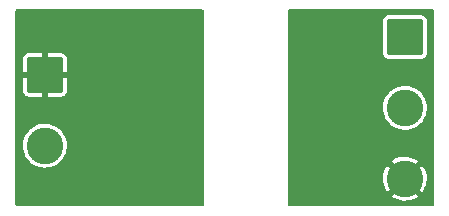
<source format=gbl>
%TF.GenerationSoftware,KiCad,Pcbnew,6.0.2-378541a8eb~116~ubuntu20.04.1*%
%TF.CreationDate,2022-02-17T13:36:36-05:00*%
%TF.ProjectId,TachAdapter,54616368-4164-4617-9074-65722e6b6963,rev?*%
%TF.SameCoordinates,Original*%
%TF.FileFunction,Copper,L2,Bot*%
%TF.FilePolarity,Positive*%
%FSLAX46Y46*%
G04 Gerber Fmt 4.6, Leading zero omitted, Abs format (unit mm)*
G04 Created by KiCad (PCBNEW 6.0.2-378541a8eb~116~ubuntu20.04.1) date 2022-02-17 13:36:36*
%MOMM*%
%LPD*%
G01*
G04 APERTURE LIST*
G04 Aperture macros list*
%AMRoundRect*
0 Rectangle with rounded corners*
0 $1 Rounding radius*
0 $2 $3 $4 $5 $6 $7 $8 $9 X,Y pos of 4 corners*
0 Add a 4 corners polygon primitive as box body*
4,1,4,$2,$3,$4,$5,$6,$7,$8,$9,$2,$3,0*
0 Add four circle primitives for the rounded corners*
1,1,$1+$1,$2,$3*
1,1,$1+$1,$4,$5*
1,1,$1+$1,$6,$7*
1,1,$1+$1,$8,$9*
0 Add four rect primitives between the rounded corners*
20,1,$1+$1,$2,$3,$4,$5,0*
20,1,$1+$1,$4,$5,$6,$7,0*
20,1,$1+$1,$6,$7,$8,$9,0*
20,1,$1+$1,$8,$9,$2,$3,0*%
G04 Aperture macros list end*
%TA.AperFunction,ComponentPad*%
%ADD10RoundRect,0.249999X-1.300001X1.300001X-1.300001X-1.300001X1.300001X-1.300001X1.300001X1.300001X0*%
%TD*%
%TA.AperFunction,ComponentPad*%
%ADD11C,3.100000*%
%TD*%
%TA.AperFunction,ViaPad*%
%ADD12C,0.800000*%
%TD*%
G04 APERTURE END LIST*
D10*
%TO.P,J2,1,Pin_1*%
%TO.N,VCC*%
X168402000Y-101442000D03*
D11*
%TO.P,J2,2,Pin_2*%
%TO.N,Net-(C2-Pad1)*%
X168402000Y-107442000D03*
%TO.P,J2,3,Pin_3*%
%TO.N,GND*%
X168402000Y-113442000D03*
%TD*%
%TO.P,J1,2,Pin_2*%
%TO.N,Net-(D1-Pad2)*%
X137922000Y-110648000D03*
D10*
%TO.P,J1,1,Pin_1*%
%TO.N,GNDPWR*%
X137922000Y-104648000D03*
%TD*%
D12*
%TO.N,GNDPWR*%
X145288000Y-105918000D03*
X144272000Y-105918000D03*
X143256000Y-105918000D03*
%TO.N,GND*%
X161544000Y-104394000D03*
X161544000Y-105664000D03*
%TD*%
%TA.AperFunction,Conductor*%
%TO.N,GNDPWR*%
G36*
X151326121Y-99130802D02*
G01*
X151372614Y-99184458D01*
X151384000Y-99236800D01*
X151384000Y-115647200D01*
X151363998Y-115715321D01*
X151310342Y-115761814D01*
X151258000Y-115773200D01*
X135558800Y-115773200D01*
X135490679Y-115753198D01*
X135444186Y-115699542D01*
X135432800Y-115647200D01*
X135432800Y-110589575D01*
X136062879Y-110589575D01*
X136073194Y-110852110D01*
X136120398Y-111110573D01*
X136203548Y-111359806D01*
X136205540Y-111363793D01*
X136205541Y-111363795D01*
X136282777Y-111518368D01*
X136320986Y-111594837D01*
X136323515Y-111598496D01*
X136419605Y-111737526D01*
X136470369Y-111810976D01*
X136648716Y-112003910D01*
X136652170Y-112006722D01*
X136849011Y-112166976D01*
X136849015Y-112166979D01*
X136852468Y-112169790D01*
X137077560Y-112305307D01*
X137190612Y-112353179D01*
X137315403Y-112406021D01*
X137315406Y-112406022D01*
X137319501Y-112407756D01*
X137323793Y-112408894D01*
X137323796Y-112408895D01*
X137425142Y-112435766D01*
X137573463Y-112475093D01*
X137577887Y-112475617D01*
X137577889Y-112475617D01*
X137729431Y-112493553D01*
X137834380Y-112505974D01*
X138097045Y-112499784D01*
X138101443Y-112499052D01*
X138351827Y-112457377D01*
X138351831Y-112457376D01*
X138356217Y-112456646D01*
X138360458Y-112455305D01*
X138360461Y-112455304D01*
X138602480Y-112378764D01*
X138602482Y-112378763D01*
X138606726Y-112377421D01*
X138843572Y-112263688D01*
X138847278Y-112261212D01*
X139058323Y-112120197D01*
X139058327Y-112120194D01*
X139062031Y-112117719D01*
X139065348Y-112114748D01*
X139065352Y-112114745D01*
X139254425Y-111945397D01*
X139254426Y-111945396D01*
X139257743Y-111942425D01*
X139426803Y-111741303D01*
X139565839Y-111518368D01*
X139672075Y-111278066D01*
X139743393Y-111025192D01*
X139766641Y-110852110D01*
X139777942Y-110767974D01*
X139777942Y-110767969D01*
X139778369Y-110764793D01*
X139782039Y-110648000D01*
X139763483Y-110385918D01*
X139708184Y-110129066D01*
X139617246Y-109882567D01*
X139492483Y-109651341D01*
X139336385Y-109440001D01*
X139152066Y-109252764D01*
X138943204Y-109093366D01*
X138713966Y-108964986D01*
X138468926Y-108870188D01*
X138464601Y-108869185D01*
X138464596Y-108869184D01*
X138362192Y-108845448D01*
X138212974Y-108810861D01*
X137951216Y-108788190D01*
X137946781Y-108788434D01*
X137946777Y-108788434D01*
X137839613Y-108794332D01*
X137688875Y-108802628D01*
X137431186Y-108853886D01*
X137266504Y-108911718D01*
X137187497Y-108939463D01*
X137187494Y-108939464D01*
X137183289Y-108940941D01*
X137179336Y-108942994D01*
X137179330Y-108942997D01*
X137137000Y-108964986D01*
X136950132Y-109062056D01*
X136946517Y-109064639D01*
X136946511Y-109064643D01*
X136843446Y-109138295D01*
X136736367Y-109214815D01*
X136733140Y-109217893D01*
X136733138Y-109217895D01*
X136699423Y-109250058D01*
X136546257Y-109396170D01*
X136383598Y-109602503D01*
X136355231Y-109651341D01*
X136253868Y-109825849D01*
X136253865Y-109825855D01*
X136251634Y-109829696D01*
X136152998Y-110073216D01*
X136151927Y-110077529D01*
X136151925Y-110077534D01*
X136090731Y-110323884D01*
X136089658Y-110328205D01*
X136062879Y-110589575D01*
X135432800Y-110589575D01*
X135432800Y-105987315D01*
X136067200Y-105987315D01*
X136067656Y-105994870D01*
X136077176Y-106073544D01*
X136081129Y-106089109D01*
X136130946Y-106214932D01*
X136139296Y-106229751D01*
X136220821Y-106337156D01*
X136232844Y-106349179D01*
X136340249Y-106430704D01*
X136355068Y-106439054D01*
X136480891Y-106488871D01*
X136496456Y-106492824D01*
X136575130Y-106502344D01*
X136582685Y-106502800D01*
X137649885Y-106502800D01*
X137665124Y-106498325D01*
X137666329Y-106496935D01*
X137668000Y-106489252D01*
X137668000Y-106484685D01*
X138176000Y-106484685D01*
X138180475Y-106499924D01*
X138181865Y-106501129D01*
X138189548Y-106502800D01*
X139261315Y-106502800D01*
X139268870Y-106502344D01*
X139347544Y-106492824D01*
X139363109Y-106488871D01*
X139488932Y-106439054D01*
X139503751Y-106430704D01*
X139611156Y-106349179D01*
X139623179Y-106337156D01*
X139704704Y-106229751D01*
X139713054Y-106214932D01*
X139762871Y-106089109D01*
X139766824Y-106073544D01*
X139776344Y-105994870D01*
X139776800Y-105987315D01*
X139776800Y-104920115D01*
X139772325Y-104904876D01*
X139770935Y-104903671D01*
X139763252Y-104902000D01*
X138194115Y-104902000D01*
X138178876Y-104906475D01*
X138177671Y-104907865D01*
X138176000Y-104915548D01*
X138176000Y-106484685D01*
X137668000Y-106484685D01*
X137668000Y-104920115D01*
X137663525Y-104904876D01*
X137662135Y-104903671D01*
X137654452Y-104902000D01*
X136085315Y-104902000D01*
X136070076Y-104906475D01*
X136068871Y-104907865D01*
X136067200Y-104915548D01*
X136067200Y-105987315D01*
X135432800Y-105987315D01*
X135432800Y-104375885D01*
X136067200Y-104375885D01*
X136071675Y-104391124D01*
X136073065Y-104392329D01*
X136080748Y-104394000D01*
X137649885Y-104394000D01*
X137665124Y-104389525D01*
X137666329Y-104388135D01*
X137668000Y-104380452D01*
X137668000Y-104375885D01*
X138176000Y-104375885D01*
X138180475Y-104391124D01*
X138181865Y-104392329D01*
X138189548Y-104394000D01*
X139758685Y-104394000D01*
X139773924Y-104389525D01*
X139775129Y-104388135D01*
X139776800Y-104380452D01*
X139776800Y-103308685D01*
X139776344Y-103301130D01*
X139766824Y-103222456D01*
X139762871Y-103206891D01*
X139713054Y-103081068D01*
X139704704Y-103066249D01*
X139623179Y-102958844D01*
X139611156Y-102946821D01*
X139503751Y-102865296D01*
X139488932Y-102856946D01*
X139363109Y-102807129D01*
X139347544Y-102803176D01*
X139268870Y-102793656D01*
X139261315Y-102793200D01*
X138194115Y-102793200D01*
X138178876Y-102797675D01*
X138177671Y-102799065D01*
X138176000Y-102806748D01*
X138176000Y-104375885D01*
X137668000Y-104375885D01*
X137668000Y-102811315D01*
X137663525Y-102796076D01*
X137662135Y-102794871D01*
X137654452Y-102793200D01*
X136582685Y-102793200D01*
X136575130Y-102793656D01*
X136496456Y-102803176D01*
X136480891Y-102807129D01*
X136355068Y-102856946D01*
X136340249Y-102865296D01*
X136232844Y-102946821D01*
X136220821Y-102958844D01*
X136139296Y-103066249D01*
X136130946Y-103081068D01*
X136081129Y-103206891D01*
X136077176Y-103222456D01*
X136067656Y-103301130D01*
X136067200Y-103308685D01*
X136067200Y-104375885D01*
X135432800Y-104375885D01*
X135432800Y-99236800D01*
X135452802Y-99168679D01*
X135506458Y-99122186D01*
X135558800Y-99110800D01*
X151258000Y-99110800D01*
X151326121Y-99130802D01*
G37*
%TD.AperFunction*%
%TD*%
%TA.AperFunction,Conductor*%
%TO.N,GND*%
G36*
X170833321Y-99130802D02*
G01*
X170879814Y-99184458D01*
X170891200Y-99236800D01*
X170891200Y-115647200D01*
X170871198Y-115715321D01*
X170817542Y-115761814D01*
X170765200Y-115773200D01*
X158622000Y-115773200D01*
X158553879Y-115753198D01*
X158507386Y-115699542D01*
X158496000Y-115647200D01*
X158496000Y-114921988D01*
X167287178Y-114921988D01*
X167294569Y-114932292D01*
X167329293Y-114960561D01*
X167336581Y-114965683D01*
X167553968Y-115096561D01*
X167561892Y-115100598D01*
X167795560Y-115199545D01*
X167803965Y-115202423D01*
X168049255Y-115267459D01*
X168057976Y-115269123D01*
X168309988Y-115298951D01*
X168318853Y-115299369D01*
X168572539Y-115293390D01*
X168581399Y-115292553D01*
X168831699Y-115250892D01*
X168840356Y-115248813D01*
X169082296Y-115172298D01*
X169090557Y-115169027D01*
X169319305Y-115059183D01*
X169327029Y-115054777D01*
X169508910Y-114933248D01*
X169517198Y-114923330D01*
X169509941Y-114909151D01*
X168414812Y-113814022D01*
X168400868Y-113806408D01*
X168399035Y-113806539D01*
X168392420Y-113810790D01*
X167294344Y-114908866D01*
X167287178Y-114921988D01*
X158496000Y-114921988D01*
X158496000Y-113388042D01*
X166543555Y-113388042D01*
X166553517Y-113641606D01*
X166554492Y-113650435D01*
X166600083Y-113900068D01*
X166602292Y-113908671D01*
X166682600Y-114149385D01*
X166686004Y-114157603D01*
X166799427Y-114384600D01*
X166803951Y-114392248D01*
X166911594Y-114547993D01*
X166921915Y-114556347D01*
X166935565Y-114549225D01*
X168029978Y-113454812D01*
X168036356Y-113443132D01*
X168766408Y-113443132D01*
X168766539Y-113444965D01*
X168770790Y-113451580D01*
X169869756Y-114550546D01*
X169883156Y-114557863D01*
X169893060Y-114550876D01*
X169903531Y-114538420D01*
X169908757Y-114531226D01*
X170043038Y-114315914D01*
X170047199Y-114308054D01*
X170149799Y-114075978D01*
X170152815Y-114067601D01*
X170221691Y-113823384D01*
X170223495Y-113814676D01*
X170257442Y-113561942D01*
X170257970Y-113555550D01*
X170261437Y-113445222D01*
X170261310Y-113438779D01*
X170243302Y-113184441D01*
X170242049Y-113175631D01*
X170188639Y-112927552D01*
X170186163Y-112919031D01*
X170098330Y-112680950D01*
X170094675Y-112672855D01*
X169974178Y-112449536D01*
X169969410Y-112442022D01*
X169891715Y-112336832D01*
X169880588Y-112328391D01*
X169867995Y-112335215D01*
X168774022Y-113429188D01*
X168766408Y-113443132D01*
X168036356Y-113443132D01*
X168037592Y-113440868D01*
X168037461Y-113439035D01*
X168033210Y-113432420D01*
X166935701Y-112334911D01*
X166922861Y-112327900D01*
X166912169Y-112335697D01*
X166866772Y-112393283D01*
X166861774Y-112400639D01*
X166734321Y-112620066D01*
X166730413Y-112628040D01*
X166635148Y-112863238D01*
X166632399Y-112871700D01*
X166571226Y-113117966D01*
X166569698Y-113126724D01*
X166543834Y-113379158D01*
X166543555Y-113388042D01*
X158496000Y-113388042D01*
X158496000Y-111962827D01*
X167288183Y-111962827D01*
X167295163Y-111975953D01*
X168389188Y-113069978D01*
X168403132Y-113077592D01*
X168404965Y-113077461D01*
X168411580Y-113073210D01*
X169508846Y-111975944D01*
X169515700Y-111963392D01*
X169507493Y-111952321D01*
X169426470Y-111890486D01*
X169419045Y-111885609D01*
X169197633Y-111761613D01*
X169189606Y-111757836D01*
X168952922Y-111666270D01*
X168944449Y-111663663D01*
X168697234Y-111606362D01*
X168688457Y-111604972D01*
X168435640Y-111583075D01*
X168426769Y-111582935D01*
X168173381Y-111596880D01*
X168164571Y-111597994D01*
X167915690Y-111647499D01*
X167907114Y-111649845D01*
X167667695Y-111733922D01*
X167659529Y-111737456D01*
X167434348Y-111854429D01*
X167426765Y-111859076D01*
X167296587Y-111952103D01*
X167288183Y-111962827D01*
X158496000Y-111962827D01*
X158496000Y-107383575D01*
X166542879Y-107383575D01*
X166553194Y-107646110D01*
X166600398Y-107904573D01*
X166683548Y-108153806D01*
X166685540Y-108157793D01*
X166685541Y-108157795D01*
X166762777Y-108312368D01*
X166800986Y-108388837D01*
X166803515Y-108392496D01*
X166899605Y-108531526D01*
X166950369Y-108604976D01*
X167128716Y-108797910D01*
X167132170Y-108800722D01*
X167329011Y-108960976D01*
X167329015Y-108960979D01*
X167332468Y-108963790D01*
X167557560Y-109099307D01*
X167670612Y-109147179D01*
X167795403Y-109200021D01*
X167795406Y-109200022D01*
X167799501Y-109201756D01*
X167803793Y-109202894D01*
X167803796Y-109202895D01*
X167905142Y-109229766D01*
X168053463Y-109269093D01*
X168057887Y-109269617D01*
X168057889Y-109269617D01*
X168209431Y-109287553D01*
X168314380Y-109299974D01*
X168577045Y-109293784D01*
X168581443Y-109293052D01*
X168831827Y-109251377D01*
X168831831Y-109251376D01*
X168836217Y-109250646D01*
X168840458Y-109249305D01*
X168840461Y-109249304D01*
X169082480Y-109172764D01*
X169082482Y-109172763D01*
X169086726Y-109171421D01*
X169323572Y-109057688D01*
X169327278Y-109055212D01*
X169538323Y-108914197D01*
X169538327Y-108914194D01*
X169542031Y-108911719D01*
X169545348Y-108908748D01*
X169545352Y-108908745D01*
X169734425Y-108739397D01*
X169734426Y-108739396D01*
X169737743Y-108736425D01*
X169906803Y-108535303D01*
X170045839Y-108312368D01*
X170152075Y-108072066D01*
X170223393Y-107819192D01*
X170246641Y-107646110D01*
X170257942Y-107561974D01*
X170257942Y-107561969D01*
X170258369Y-107558793D01*
X170262039Y-107442000D01*
X170243483Y-107179918D01*
X170188184Y-106923066D01*
X170097246Y-106676567D01*
X169972483Y-106445341D01*
X169816385Y-106234001D01*
X169632066Y-106046764D01*
X169423204Y-105887366D01*
X169193966Y-105758986D01*
X168948926Y-105664188D01*
X168944601Y-105663185D01*
X168944596Y-105663184D01*
X168842192Y-105639448D01*
X168692974Y-105604861D01*
X168431216Y-105582190D01*
X168426781Y-105582434D01*
X168426777Y-105582434D01*
X168319613Y-105588332D01*
X168168875Y-105596628D01*
X167911186Y-105647886D01*
X167746504Y-105705718D01*
X167667497Y-105733463D01*
X167667494Y-105733464D01*
X167663289Y-105734941D01*
X167659336Y-105736994D01*
X167659330Y-105736997D01*
X167617000Y-105758986D01*
X167430132Y-105856056D01*
X167426517Y-105858639D01*
X167426511Y-105858643D01*
X167323446Y-105932295D01*
X167216367Y-106008815D01*
X167213140Y-106011893D01*
X167213138Y-106011895D01*
X167179423Y-106044058D01*
X167026257Y-106190170D01*
X166863598Y-106396503D01*
X166835231Y-106445341D01*
X166733868Y-106619849D01*
X166733865Y-106619855D01*
X166731634Y-106623696D01*
X166632998Y-106867216D01*
X166631927Y-106871529D01*
X166631925Y-106871534D01*
X166570731Y-107117884D01*
X166569658Y-107122205D01*
X166542879Y-107383575D01*
X158496000Y-107383575D01*
X158496000Y-100098855D01*
X166546700Y-100098855D01*
X166546701Y-102785144D01*
X166547156Y-102788902D01*
X166547156Y-102788907D01*
X166547157Y-102788910D01*
X166557659Y-102875704D01*
X166613666Y-103017162D01*
X166618859Y-103024004D01*
X166618861Y-103024007D01*
X166700460Y-103131508D01*
X166705652Y-103138348D01*
X166712492Y-103143540D01*
X166819993Y-103225139D01*
X166819996Y-103225141D01*
X166826838Y-103230334D01*
X166968296Y-103286341D01*
X166976334Y-103287314D01*
X166976335Y-103287314D01*
X166999757Y-103290148D01*
X167058855Y-103297300D01*
X168401114Y-103297300D01*
X169745144Y-103297299D01*
X169748902Y-103296844D01*
X169748907Y-103296844D01*
X169827674Y-103287313D01*
X169827677Y-103287312D01*
X169835704Y-103286341D01*
X169977162Y-103230334D01*
X169984004Y-103225141D01*
X169984007Y-103225139D01*
X170091508Y-103143540D01*
X170098348Y-103138348D01*
X170103540Y-103131508D01*
X170185139Y-103024007D01*
X170185141Y-103024004D01*
X170190334Y-103017162D01*
X170246341Y-102875704D01*
X170257300Y-102785145D01*
X170257299Y-100098856D01*
X170256844Y-100095093D01*
X170247313Y-100016326D01*
X170247312Y-100016323D01*
X170246341Y-100008296D01*
X170190334Y-99866838D01*
X170185141Y-99859996D01*
X170185139Y-99859993D01*
X170103540Y-99752492D01*
X170098348Y-99745652D01*
X170091508Y-99740460D01*
X169984007Y-99658861D01*
X169984004Y-99658859D01*
X169977162Y-99653666D01*
X169835704Y-99597659D01*
X169827666Y-99596686D01*
X169827665Y-99596686D01*
X169804243Y-99593852D01*
X169745145Y-99586700D01*
X168402886Y-99586700D01*
X167058856Y-99586701D01*
X167055098Y-99587156D01*
X167055093Y-99587156D01*
X166976326Y-99596687D01*
X166976323Y-99596688D01*
X166968296Y-99597659D01*
X166826838Y-99653666D01*
X166819996Y-99658859D01*
X166819993Y-99658861D01*
X166712492Y-99740460D01*
X166705652Y-99745652D01*
X166700460Y-99752492D01*
X166618861Y-99859993D01*
X166618859Y-99859996D01*
X166613666Y-99866838D01*
X166557659Y-100008296D01*
X166546700Y-100098855D01*
X158496000Y-100098855D01*
X158496000Y-99236800D01*
X158516002Y-99168679D01*
X158569658Y-99122186D01*
X158622000Y-99110800D01*
X170765200Y-99110800D01*
X170833321Y-99130802D01*
G37*
%TD.AperFunction*%
%TD*%
M02*

</source>
